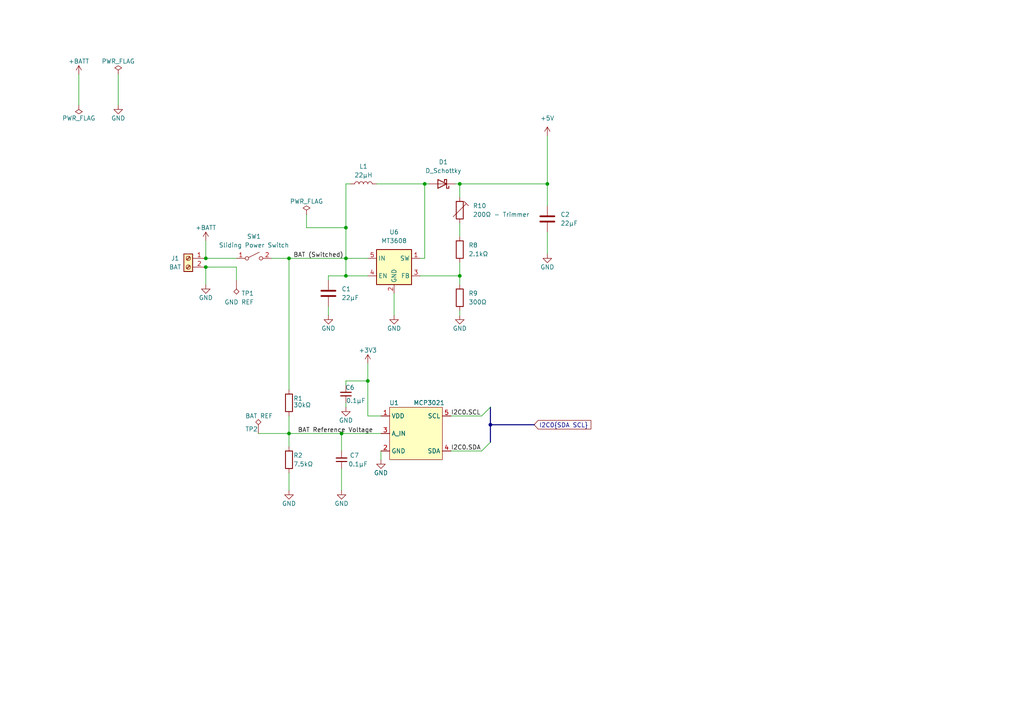
<source format=kicad_sch>
(kicad_sch (version 20230121) (generator eeschema)
  (paper "A4")
  (lib_symbols
    (symbol "Connector:Screw_Terminal_01x02" (pin_names (offset 1.016) hide)
      (property "Reference" "J" (at 0 2.54 0))
      (property "Value" "Screw_Terminal_01x02" (at 0 -5.08 0))
      (symbol "Screw_Terminal_01x02_1_1"
        (rectangle (start -1.27 1.27) (end 1.27 -3.81) (stroke (width 0.254)) (fill (type background)))
        (circle (center 0 -2.54) (radius 0.635) (stroke (width 0.1524)))
        (polyline (pts (xy -0.5334 -2.2098) (xy 0.3302 -3.048)) (stroke (width 0.1524)))
        (polyline (pts (xy -0.5334 0.3302) (xy 0.3302 -0.508)) (stroke (width 0.1524)))
        (polyline (pts (xy -0.3556 -2.032) (xy 0.508 -2.8702)) (stroke (width 0.1524)))
        (polyline (pts (xy -0.3556 0.508) (xy 0.508 -0.3302)) (stroke (width 0.1524)))
        (circle (center 0 0) (radius 0.635) (stroke (width 0.1524)))
        (pin passive line (at -5.08 0 0) (length 3.81) (name "Pin_1") (number "1"))
        (pin passive line (at -5.08 -2.54 0) (length 3.81) (name "Pin_2") (number "2"))
      )
    )
    (symbol "Connector:TestPoint_Alt" (pin_numbers hide) (pin_names (offset 0.762) hide)
      (property "Reference" "TP" (at 0 6.858 0))
      (property "Value" "TestPoint_Alt" (at 0 5.08 0))
      (symbol "TestPoint_Alt_0_1"
        (polyline (pts (xy 0 2.54) (xy -0.762 3.302) (xy 0 4.064) (xy 0.762 3.302) (xy 0 2.54)))
      )
      (symbol "TestPoint_Alt_1_1"
        (pin passive line (at 0 0 90) (length 2.54) (name "1") (number "1"))
      )
    )
    (symbol "Device:C" (pin_numbers hide) (pin_names (offset 0.254))
      (property "Reference" "C" (at 0.635 2.54 0))
      (property "Value" "C" (at 0.635 -2.54 0))
      (symbol "C_0_1"
        (polyline (pts (xy -2.032 -0.762) (xy 2.032 -0.762)) (stroke (width 0.508)))
        (polyline (pts (xy -2.032 0.762) (xy 2.032 0.762)) (stroke (width 0.508)))
      )
      (symbol "C_1_1"
        (pin passive line (at 0 3.81 270) (length 2.794) (name "~") (number "1"))
        (pin passive line (at 0 -3.81 90) (length 2.794) (name "~") (number "2"))
      )
    )
    (symbol "Device:C_Small" (pin_numbers hide) (pin_names (offset 0.254) hide)
      (property "Reference" "C" (at 0.254 1.778 0))
      (property "Value" "C_Small" (at 0.254 -2.032 0))
      (symbol "C_Small_0_1"
        (polyline (pts (xy -1.524 -0.508) (xy 1.524 -0.508)) (stroke (width 0.3302)))
        (polyline (pts (xy -1.524 0.508) (xy 1.524 0.508)) (stroke (width 0.3048)))
      )
      (symbol "C_Small_1_1"
        (pin passive line (at 0 2.54 270) (length 2.032) (name "~") (number "1"))
        (pin passive line (at 0 -2.54 90) (length 2.032) (name "~") (number "2"))
      )
    )
    (symbol "Device:D_Schottky" (pin_numbers hide) (pin_names (offset 1.016) hide)
      (property "Reference" "D" (at 0 2.54 0))
      (property "Value" "D_Schottky" (at 0 -2.54 0))
      (symbol "D_Schottky_0_1"
        (polyline (pts (xy 1.27 0) (xy -1.27 0)))
        (polyline (pts (xy 1.27 1.27) (xy 1.27 -1.27) (xy -1.27 0) (xy 1.27 1.27)) (stroke (width 0.254)))
        (polyline (pts (xy -1.905 0.635) (xy -1.905 1.27) (xy -1.27 1.27) (xy -1.27 -1.27) (xy -0.635 -1.27) (xy -0.635 -0.635)) (stroke (width 0.254)))
      )
      (symbol "D_Schottky_1_1"
        (pin passive line (at -3.81 0 0) (length 2.54) (name "K") (number "1"))
        (pin passive line (at 3.81 0 180) (length 2.54) (name "A") (number "2"))
      )
    )
    (symbol "Device:L" (pin_numbers hide) (pin_names (offset 1.016) hide)
      (property "Reference" "L" (at -1.27 0 90))
      (property "Value" "L" (at 1.905 0 90))
      (symbol "L_0_1"
        (arc (start 0 -2.54) (mid 0.6323 -1.905) (end 0 -1.27))
        (arc (start 0 -1.27) (mid 0.6323 -0.635) (end 0 0))
        (arc (start 0 0) (mid 0.6323 0.635) (end 0 1.27))
        (arc (start 0 1.27) (mid 0.6323 1.905) (end 0 2.54))
      )
      (symbol "L_1_1"
        (pin passive line (at 0 3.81 270) (length 1.27) (name "1") (number "1"))
        (pin passive line (at 0 -3.81 90) (length 1.27) (name "2") (number "2"))
      )
    )
    (symbol "Device:R" (pin_numbers hide) (pin_names (offset 0))
      (property "Reference" "R" (at 2.032 0 90))
      (property "Value" "R" (at 0 0 90))
      (symbol "R_0_1"
        (rectangle (start -1.016 -2.54) (end 1.016 2.54) (stroke (width 0.254)))
      )
      (symbol "R_1_1"
        (pin passive line (at 0 3.81 270) (length 1.27) (name "~") (number "1"))
        (pin passive line (at 0 -3.81 90) (length 1.27) (name "~") (number "2"))
      )
    )
    (symbol "Device:R_Trim" (pin_numbers hide) (pin_names (offset 0))
      (property "Reference" "R" (at 2.54 -2.54 90))
      (property "Value" "R_Trim" (at -2.54 -0.635 90))
      (symbol "R_Trim_0_1"
        (rectangle (start -1.016 -2.54) (end 1.016 2.54) (stroke (width 0.254)))
        (polyline (pts (xy -1.905 -1.905) (xy 1.905 1.905) (xy 2.54 1.27) (xy 1.27 2.54)))
      )
      (symbol "R_Trim_1_1"
        (pin passive line (at 0 3.81 270) (length 1.27) (name "~") (number "1"))
        (pin passive line (at 0 -3.81 90) (length 1.27) (name "~") (number "2"))
      )
    )
    (symbol "GFC-Symbols:MCP3021"
      (property "Reference" "U1" (at -6.35 8.89 0))
      (property "Value" "MCP3021" (at 3.81 8.89 0))
      (symbol "MCP3021_0_1"
        (rectangle (start -7.62 7.62) (end 7.62 -7.62) (fill (type background)))
      )
      (symbol "MCP3021_1_1"
        (pin power_in line (at -10.16 5.08 0) (length 2.54) (name "VDD") (number "1"))
        (pin power_in line (at -10.16 -5.08 0) (length 2.54) (name "GND") (number "2"))
        (pin input line (at -10.16 0 0) (length 2.54) (name "A_IN") (number "3"))
        (pin bidirectional line (at 10.16 -5.08 180) (length 2.54) (name "SDA") (number "4"))
        (pin bidirectional line (at 10.16 5.08 180) (length 2.54) (name "SCL") (number "5"))
      )
    )
    (symbol "Regulator_Switching:MT3608"
      (property "Reference" "U" (at -2.54 8.89 0))
      (property "Value" "MT3608" (at -3.81 6.35 0))
      (symbol "MT3608_0_1"
        (rectangle (start -5.08 5.08) (end 5.08 -5.08) (stroke (width 0.254)) (fill (type background)))
      )
      (symbol "MT3608_1_1"
        (pin passive line (at 7.62 2.54 180) (length 2.54) (name "SW") (number "1"))
        (pin power_in line (at 0 -7.62 90) (length 2.54) (name "GND") (number "2"))
        (pin input line (at 7.62 -2.54 180) (length 2.54) (name "FB") (number "3"))
        (pin input line (at -7.62 -2.54 0) (length 2.54) (name "EN") (number "4"))
        (pin power_in line (at -7.62 2.54 0) (length 2.54) (name "IN") (number "5"))
        (pin no_connect line (at 5.08 0 180) (length 2.54) hide (name "NC") (number "6"))
      )
    )
    (symbol "Switch:SW_SPST" (pin_names (offset 0) hide)
      (property "Reference" "SW" (at 0 3.175 0))
      (property "Value" "SW_SPST" (at 0 -2.54 0))
      (symbol "SW_SPST_0_0"
        (circle (center -2.032 0) (radius 0.508))
        (polyline (pts (xy -1.524 0.254) (xy 1.524 1.778)))
        (circle (center 2.032 0) (radius 0.508))
      )
      (symbol "SW_SPST_1_1"
        (pin passive line (at -5.08 0 0) (length 2.54) (name "A") (number "1"))
        (pin passive line (at 5.08 0 180) (length 2.54) (name "B") (number "2"))
      )
    )
    (symbol "power:+3V3" (power) (pin_names (offset 0))
      (property "Value" "+3V3" (at 0 3.556 0))
      (symbol "+3V3_0_1"
        (polyline (pts (xy -0.762 1.27) (xy 0 2.54)))
        (polyline (pts (xy 0 0) (xy 0 2.54)))
        (polyline (pts (xy 0 2.54) (xy 0.762 1.27)))
      )
      (symbol "+3V3_1_1"
        (pin power_in line (at 0 0 90) (length 0) hide (name "+3V3") (number "1"))
      )
    )
    (symbol "power:+5V" (power) (pin_names (offset 0))
      (property "Value" "+5V" (at 0 3.556 0))
      (symbol "+5V_0_1"
        (polyline (pts (xy -0.762 1.27) (xy 0 2.54)))
        (polyline (pts (xy 0 0) (xy 0 2.54)))
        (polyline (pts (xy 0 2.54) (xy 0.762 1.27)))
      )
      (symbol "+5V_1_1"
        (pin power_in line (at 0 0 90) (length 0) hide (name "+5V") (number "1"))
      )
    )
    (symbol "power:+BATT" (power) (pin_names (offset 0))
      (property "Value" "+BATT" (at 0 3.556 0))
      (symbol "+BATT_0_1"
        (polyline (pts (xy -0.762 1.27) (xy 0 2.54)))
        (polyline (pts (xy 0 0) (xy 0 2.54)))
        (polyline (pts (xy 0 2.54) (xy 0.762 1.27)))
      )
      (symbol "+BATT_1_1"
        (pin power_in line (at 0 0 90) (length 0) hide (name "+BATT") (number "1"))
      )
    )
    (symbol "power:GND" (power) (pin_names (offset 0))
      (property "Value" "GND" (at 0 -3.81 0))
      (symbol "GND_0_1"
        (polyline (pts (xy 0 0) (xy 0 -1.27) (xy 1.27 -1.27) (xy 0 -2.54) (xy -1.27 -1.27) (xy 0 -1.27)))
      )
      (symbol "GND_1_1"
        (pin power_in line (at 0 0 270) (length 0) hide (name "GND") (number "1"))
      )
    )
    (symbol "power:PWR_FLAG" (power) (pin_numbers hide) (pin_names (offset 0) hide)
      (property "Value" "PWR_FLAG" (at 0 3.81 0))
      (symbol "PWR_FLAG_0_0"
        (pin power_out line (at 0 0 90) (length 0) (name "pwr") (number "1"))
      )
      (symbol "PWR_FLAG_0_1"
        (polyline (pts (xy 0 0) (xy 0 1.27) (xy -1.016 1.905) (xy 0 2.54) (xy 1.016 1.905) (xy 0 1.27)))
      )
    )
  )
  (junction (at 106.68 110.49))
  (junction (at 83.82 125.73))
  (junction (at 158.75 53.34))
  (junction (at 133.35 80.01))
  (junction (at 100.33 80.01))
  (junction (at 100.33 66.04))
  (junction (at 142.24 123.19))
  (junction (at 59.69 74.93))
  (junction (at 83.82 74.93))
  (junction (at 100.33 74.93))
  (junction (at 133.35 53.34))
  (junction (at 59.69 77.47))
  (junction (at 99.06 125.73))
  (junction (at 123.19 53.34))
  (bus_entry (at 142.24 118.11) (size -2.54 2.54))
  (bus_entry (at 142.24 128.27) (size -2.54 2.54))
  (wire (pts (xy 34.29 21.59) (xy 34.29 30.48)))
  (wire (pts (xy 158.75 67.31) (xy 158.75 73.66)))
  (wire (pts (xy 83.82 74.93) (xy 100.33 74.93)))
  (wire (pts (xy 123.19 53.34) (xy 123.19 74.93)))
  (wire (pts (xy 130.81 120.65) (xy 139.7 120.65)))
  (wire (pts (xy 109.22 53.34) (xy 123.19 53.34)))
  (wire (pts (xy 88.9 62.23) (xy 88.9 66.04)))
  (wire (pts (xy 83.82 120.65) (xy 83.82 125.73)))
  (wire (pts (xy 74.93 125.73) (xy 83.82 125.73)))
  (wire (pts (xy 99.06 125.73) (xy 99.06 130.81)))
  (wire (pts (xy 88.9 66.04) (xy 100.33 66.04)))
  (bus (pts (xy 142.24 123.19) (xy 142.24 128.27)))
  (wire (pts (xy 133.35 80.01) (xy 133.35 76.2)))
  (wire (pts (xy 83.82 125.73) (xy 83.82 129.54)))
  (wire (pts (xy 59.69 77.47) (xy 68.58 77.47)))
  (wire (pts (xy 121.92 80.01) (xy 133.35 80.01)))
  (wire (pts (xy 100.33 110.49) (xy 100.33 111.76)))
  (bus (pts (xy 142.24 123.19) (xy 154.94 123.19)))
  (wire (pts (xy 95.25 80.01) (xy 100.33 80.01)))
  (wire (pts (xy 100.33 53.34) (xy 100.33 66.04)))
  (wire (pts (xy 133.35 57.15) (xy 133.35 53.34)))
  (wire (pts (xy 158.75 39.37) (xy 158.75 53.34)))
  (wire (pts (xy 68.58 77.47) (xy 68.58 81.28)))
  (wire (pts (xy 59.69 69.85) (xy 59.69 74.93)))
  (wire (pts (xy 83.82 74.93) (xy 83.82 113.03)))
  (wire (pts (xy 123.19 53.34) (xy 124.46 53.34)))
  (wire (pts (xy 133.35 53.34) (xy 158.75 53.34)))
  (wire (pts (xy 158.75 59.69) (xy 158.75 53.34)))
  (bus (pts (xy 142.24 123.19) (xy 142.24 118.11)))
  (wire (pts (xy 123.19 74.93) (xy 121.92 74.93)))
  (wire (pts (xy 78.74 74.93) (xy 83.82 74.93)))
  (wire (pts (xy 59.69 74.93) (xy 68.58 74.93)))
  (wire (pts (xy 106.68 105.41) (xy 106.68 110.49)))
  (wire (pts (xy 106.68 80.01) (xy 100.33 80.01)))
  (wire (pts (xy 99.06 125.73) (xy 110.49 125.73)))
  (wire (pts (xy 114.3 85.09) (xy 114.3 91.44)))
  (wire (pts (xy 101.6 53.34) (xy 100.33 53.34)))
  (wire (pts (xy 133.35 80.01) (xy 133.35 82.55)))
  (wire (pts (xy 100.33 116.84) (xy 100.33 118.11)))
  (wire (pts (xy 100.33 80.01) (xy 100.33 74.93)))
  (wire (pts (xy 83.82 125.73) (xy 99.06 125.73)))
  (wire (pts (xy 59.69 77.47) (xy 59.69 82.55)))
  (wire (pts (xy 106.68 120.65) (xy 110.49 120.65)))
  (wire (pts (xy 106.68 110.49) (xy 106.68 120.65)))
  (wire (pts (xy 100.33 74.93) (xy 106.68 74.93)))
  (wire (pts (xy 83.82 142.24) (xy 83.82 137.16)))
  (wire (pts (xy 95.25 88.9) (xy 95.25 91.44)))
  (wire (pts (xy 130.81 130.81) (xy 139.7 130.81)))
  (wire (pts (xy 100.33 110.49) (xy 106.68 110.49)))
  (wire (pts (xy 99.06 135.89) (xy 99.06 142.24)))
  (wire (pts (xy 133.35 90.17) (xy 133.35 91.44)))
  (wire (pts (xy 95.25 80.01) (xy 95.25 81.28)))
  (wire (pts (xy 132.08 53.34) (xy 133.35 53.34)))
  (wire (pts (xy 22.86 21.59) (xy 22.86 30.48)))
  (wire (pts (xy 133.35 64.77) (xy 133.35 68.58)))
  (wire (pts (xy 110.49 130.81) (xy 110.49 133.35)))
  (wire (pts (xy 100.33 66.04) (xy 100.33 74.93)))
  (label "BAT (Switched)" (at 85.09 74.93 0))
  (label "I2C0.SCL" (at 130.81 120.65 0))
  (label "I2C0.SDA" (at 130.81 130.81 0))
  (label "BAT Reference Voltage" (at 86.36 125.73 0))
  (global_label "I2C0{SDA SCL}" (shape input) (at 154.94 123.19 0) (property "Intersheetrefs" "${INTERSHEET_REFS}" (effects hide)))
  (symbol (lib_id "power:+5V") (at 158.75 39.37 0) (unit 1)
    (property "Reference" "#PWR014" (effects hide))
    (property "Value" "+5V" (at 158.75 34.29 0))
  )
  (symbol (lib_id "Device:R") (at 83.82 116.84 0) (unit 1)
    (property "Reference" "R1" (at 85.09 115.57 0) (effects (justify left)))
    (property "Value" "30kΩ" (at 85.09 117.475 0) (effects (justify left)))
    (property "Footprint" "Resistor_SMD:R_0603_1608Metric" (effects hide))
    (property "DESCRIPTION" "ERJ-3EKF3002V" (effects hide))
    (property "Digikey" "https://www.digikey.com/short/z50239np" (effects hide))
    (instances (project "GFC-Hat" (path "" (reference "R1") (unit 1)) (path "" (reference "R2") (unit 1))))
  )
  (symbol (lib_id "Device:C_Small") (at 99.06 133.35 180) (unit 1)
    (property "Reference" "C7" (at 104.14 132.08 0) (effects (justify left)))
    (property "Value" "0.1µF" (at 106.68 134.62 0) (effects (justify left)))
    (property "Footprint" "Capacitor_SMD:C_0603_1608Metric" (effects hide))
    (property "DESCRIPTION" "CL10B104KB8NNWC" (effects hide))
    (property "Digikey" "https://www.digikey.com/short/dz14934f" (effects hide))
    (instances (project "GFC-Hat" (path "" (reference "C7") (unit 1)) (path "" (reference "C4") (unit 1))))
  )
  (symbol (lib_id "Device:R") (at 133.35 72.39 0) (unit 1)
    (property "Reference" "R8" (at 135.89 71.12 0) (effects (justify left)))
    (property "Value" "2.1kΩ" (at 135.89 73.66 0) (effects (justify left)))
  )
  (symbol (lib_id "Switch:SW_SPST") (at 73.66 74.93 0) (unit 1)
    (property "Reference" "SW1" (at 73.66 68.58 0))
    (property "Value" "Sliding Power Switch" (at 73.66 71.12 0))
  )
  (symbol (lib_id "GFC-Symbols:MCP3021") (at 120.65 125.73 0) (unit 1)
    (property "Reference" "U1" (at 114.3 116.84 0))
    (property "Value" "MCP3021" (at 124.46 116.84 0))
    (property "Footprint" "Package_TO_SOT_SMD:SOT-23-5" (effects hide))
    (property "Digikey" "https://www.digikey.com/short/t05mtm7t" (effects hide))
  )
  (symbol (lib_id "Device:C") (at 158.75 63.5 0) (unit 1)
    (property "Reference" "C2" (at 162.56 62.23 0) (effects (justify left)))
    (property "Value" "22µF" (at 162.56 64.77 0) (effects (justify left)))
  )
  (symbol (lib_id "Device:R") (at 133.35 86.36 0) (unit 1)
    (property "Reference" "R9" (at 135.89 85.09 0) (effects (justify left)))
    (property "Value" "300Ω" (at 135.89 87.63 0) (effects (justify left)))
  )
  (symbol (lib_id "Device:R") (at 83.82 133.35 0) (unit 1)
    (property "Reference" "R2" (at 85.09 132.08 0) (effects (justify left)))
    (property "Value" "7.5kΩ" (at 85.09 134.62 0) (effects (justify left)))
    (property "Footprint" "Resistor_SMD:R_0603_1608Metric" (effects hide))
    (property "DESCRIPTION" "RNCP0603FTD7K50" (effects hide))
    (property "Digikey" "https://www.digikey.com/short/p481qhwr" (effects hide))
    (instances (project "GFC-Hat" (path "" (reference "R2") (unit 1)) (path "" (reference "R1") (unit 1))))
  )
  (symbol (lib_id "Regulator_Switching:MT3608") (at 114.3 77.47 0) (unit 1)
    (property "Reference" "U6" (at 114.3 67.31 0))
    (property "Value" "MT3608" (at 114.3 69.85 0))
    (property "Footprint" "Package_TO_SOT_SMD:SOT-23-6" (effects hide))
    (property "Datasheet" "https://www.olimex.com/Products/Breadboarding/BB-PWR-3608/resources/MT3608.pdf" (effects hide))
  )
  (symbol (lib_id "power:GND") (at 83.82 142.24 0) (unit 1)
    (property "Reference" "#PWR03" (effects hide))
    (property "Value" "GND" (at 83.82 146.05 0))
  )
  (symbol (lib_id "Connector:Screw_Terminal_01x02") (at 54.61 74.93 0) (mirror y) (unit 1)
    (property "Reference" "J1" (at 50.8 74.93 0))
    (property "Value" "BAT" (at 50.8 77.47 0))
    (property "Footprint" "GFC-Footprints:OSTVN02A150 2x1 Terminal Block" (effects hide))
    (property "Digikey" "https://www.digikey.com/short/5mwt13md" (effects hide))
    (property "Unit Price" "0.54" (effects hide))
    (property "DESCRIPTION" "OSTVN02A150" (effects hide))
  )
  (symbol (lib_id "power:PWR_FLAG") (at 88.9 62.23 0) (mirror y) (unit 1)
    (property "Reference" "#FLG0102" (effects hide))
    (property "Value" "PWR_FLAG" (at 88.9 58.42 0))
    (instances (project "GFC-Hat" (path "" (reference "#FLG0102") (unit 1)) (path "" (reference "#FLG03") (unit 1))))
  )
  (symbol (lib_id "power:+3V3") (at 106.68 105.41 0) (mirror y) (unit 1)
    (property "Reference" "#PWR07" (effects hide))
    (property "Value" "+3V3" (at 106.68 101.6 0))
  )
  (symbol (lib_id "power:PWR_FLAG") (at 34.29 21.59 0) (unit 1)
    (property "Reference" "#FLG0101" (effects hide))
    (property "Value" "PWR_FLAG" (at 34.29 17.78 0))
    (instances (project "GFC-Hat" (path "" (reference "#FLG0101") (unit 1)) (path "" (reference "#FLG02") (unit 1))))
  )
  (symbol (lib_id "power:GND") (at 59.69 82.55 0) (unit 1)
    (property "Reference" "#PWR0143" (effects hide))
    (property "Value" "GND" (at 59.69 86.36 0))
    (instances (project "GFC-Hat" (path "" (reference "#PWR0143") (unit 1)) (path "" (reference "#PWR02") (unit 1))))
  )
  (symbol (lib_id "power:+BATT") (at 22.86 21.59 0) (unit 1)
    (property "Reference" "#PWR04" (effects hide))
    (property "Value" "+BATT" (at 22.86 17.78 0))
  )
  (symbol (lib_id "Connector:TestPoint_Alt") (at 74.93 125.73 0) (unit 1)
    (property "Reference" "TP2" (at 71.12 124.46 0) (effects (justify left)))
    (property "Value" "BAT REF" (at 71.12 120.65 0) (effects (justify left)))
    (property "Footprint" "TestPoint:TestPoint_Pad_D1.5mm" (effects hide))
    (property "Digikey" "n/a" (effects hide))
  )
  (symbol (lib_id "power:GND") (at 100.33 118.11 0) (unit 1)
    (property "Reference" "#PWR05" (effects hide))
    (property "Value" "GND" (at 100.33 121.92 0))
  )
  (symbol (lib_id "Device:C_Small") (at 100.33 114.3 180) (unit 1)
    (property "Reference" "C6" (at 102.87 112.395 0) (effects (justify left)))
    (property "Value" "0.1µF" (at 106.045 116.205 0) (effects (justify left)))
    (property "Footprint" "Capacitor_SMD:C_0603_1608Metric" (effects hide))
    (property "DESCRIPTION" "CL10B104KB8NNWC" (effects hide))
    (property "Digikey" "https://www.digikey.com/short/dz14934f" (effects hide))
    (instances (project "GFC-Hat" (path "" (reference "C6") (unit 1)) (path "" (reference "C3") (unit 1))))
  )
  (symbol (lib_id "power:GND") (at 133.35 91.44 0) (unit 1)
    (property "Reference" "#PWR0143" (effects hide))
    (property "Value" "GND" (at 133.35 95.25 0))
    (instances (project "GFC-Hat" (path "" (reference "#PWR0143") (unit 1)) (path "" (reference "#PWR012") (unit 1))))
  )
  (symbol (lib_id "power:GND") (at 95.25 91.44 0) (unit 1)
    (property "Reference" "#PWR0143" (effects hide))
    (property "Value" "GND" (at 95.25 95.25 0))
    (instances (project "GFC-Hat" (path "" (reference "#PWR0143") (unit 1)) (path "" (reference "#PWR011") (unit 1))))
  )
  (symbol (lib_id "power:GND") (at 99.06 142.24 0) (unit 1)
    (property "Reference" "#PWR06" (effects hide))
    (property "Value" "GND" (at 99.06 146.05 0))
  )
  (symbol (lib_id "Device:R_Trim") (at 133.35 60.96 0) (unit 1)
    (property "Reference" "R10" (at 137.16 59.69 0) (effects (justify left)))
    (property "Value" "200Ω - Trimmer" (at 137.16 62.23 0) (effects (justify left)))
  )
  (symbol (lib_id "power:GND") (at 110.49 133.35 0) (unit 1)
    (property "Reference" "#PWR08" (effects hide))
    (property "Value" "GND" (at 110.49 137.16 0))
  )
  (symbol (lib_id "Connector:TestPoint_Alt") (at 68.58 81.28 180) (unit 1)
    (property "Reference" "TP1" (at 73.66 85.09 0) (effects (justify left)))
    (property "Value" "GND REF" (at 73.66 87.63 0) (effects (justify left)))
    (property "Footprint" "TestPoint:TestPoint_Keystone_5019_Minature" (effects hide))
    (property "Digikey" "https://www.digikey.com/en/products/detail/keystone-electronics/5019/3907343" (effects hide))
  )
  (symbol (lib_id "power:GND") (at 34.29 30.48 0) (unit 1)
    (property "Reference" "#PWR0143" (effects hide))
    (property "Value" "GND" (at 34.29 34.29 0))
    (instances (project "GFC-Hat" (path "" (reference "#PWR0143") (unit 1)) (path "" (reference "#PWR09") (unit 1))))
  )
  (symbol (lib_id "power:PWR_FLAG") (at 22.86 30.48 0) (mirror x) (unit 1)
    (property "Reference" "#FLG0102" (effects hide))
    (property "Value" "PWR_FLAG" (at 22.86 34.29 0))
    (instances (project "GFC-Hat" (path "" (reference "#FLG0102") (unit 1)) (path "" (reference "#FLG01") (unit 1))))
  )
  (symbol (lib_id "power:+BATT") (at 59.69 69.85 0) (unit 1)
    (property "Reference" "#PWR04" (effects hide))
    (property "Value" "+BATT" (at 59.69 66.04 0))
    (instances (project "GFC-Hat" (path "" (reference "#PWR04") (unit 1)) (path "" (reference "#PWR01") (unit 1))))
  )
  (symbol (lib_id "Device:C") (at 95.25 85.09 0) (unit 1)
    (property "Reference" "C1" (at 99.06 83.82 0) (effects (justify left)))
    (property "Value" "22µF" (at 99.06 86.36 0) (effects (justify left)))
  )
  (symbol (lib_id "Device:D_Schottky") (at 128.27 53.34 180) (unit 1)
    (property "Reference" "D1" (at 128.5875 46.99 0))
    (property "Value" "D_Schottky" (at 128.5875 49.53 0))
  )
  (symbol (lib_id "power:GND") (at 158.75 73.66 0) (unit 1)
    (property "Reference" "#PWR0143" (effects hide))
    (property "Value" "GND" (at 158.75 77.47 0))
    (instances (project "GFC-Hat" (path "" (reference "#PWR0143") (unit 1)) (path "" (reference "#PWR013") (unit 1))))
  )
  (symbol (lib_id "Device:L") (at 105.41 53.34 90) (unit 1)
    (property "Reference" "L1" (at 105.41 48.26 90))
    (property "Value" "22µH" (at 105.41 50.8 90))
  )
  (symbol (lib_id "power:GND") (at 114.3 91.44 0) (unit 1)
    (property "Reference" "#PWR0143" (effects hide))
    (property "Value" "GND" (at 114.3 95.25 0))
    (instances (project "GFC-Hat" (path "" (reference "#PWR0143") (unit 1)) (path "" (reference "#PWR010") (unit 1))))
  )
)
</source>
